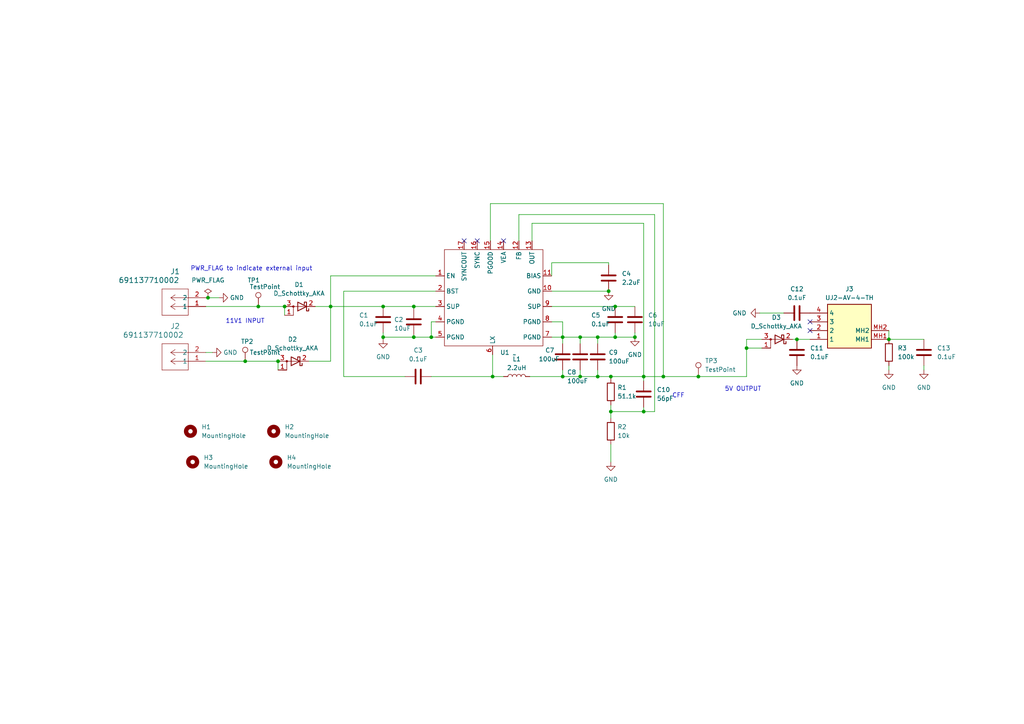
<source format=kicad_sch>
(kicad_sch (version 20230121) (generator eeschema)
  (paper "A4")
  (lib_symbols
    (symbol "Connector:TestPoint" (pin_numbers hide) (pin_names (offset 0.762) hide)
      (property "Reference" "TP" (at 0 6.858 0))
      (property "Value" "TestPoint" (at 0 5.08 0))
      (symbol "TestPoint_0_1"
        (circle (center 0 3.302) (radius 0.762))
      )
      (symbol "TestPoint_1_1"
        (pin passive line (at 0 0 90) (length 2.54) (name "1") (number "1"))
      )
    )
    (symbol "Device:C" (pin_numbers hide) (pin_names (offset 0.254))
      (property "Reference" "C" (at 0.635 2.54 0))
      (property "Value" "C" (at 0.635 -2.54 0))
      (symbol "C_0_1"
        (polyline (pts (xy -2.032 -0.762) (xy 2.032 -0.762)) (stroke (width 0.508)))
        (polyline (pts (xy -2.032 0.762) (xy 2.032 0.762)) (stroke (width 0.508)))
      )
      (symbol "C_1_1"
        (pin passive line (at 0 3.81 270) (length 2.794) (name "~") (number "1"))
        (pin passive line (at 0 -3.81 90) (length 2.794) (name "~") (number "2"))
      )
    )
    (symbol "Device:D_Schottky_AKA" (pin_names (offset 0) hide)
      (property "Reference" "D" (at 0 2.54 0))
      (property "Value" "D_Schottky_AKA" (at 0 -2.54 0))
      (symbol "D_Schottky_AKA_0_1"
        (polyline (pts (xy 1.27 1.27) (xy 1.27 -1.27) (xy -1.27 0) (xy 1.27 1.27)) (stroke (width 0.254)))
        (polyline (pts (xy 3.81 2.54) (xy 2.54 2.54) (xy 2.54 0) (xy -1.27 0)))
        (polyline (pts (xy -1.905 0.635) (xy -1.905 1.27) (xy -1.27 1.27) (xy -1.27 -1.27) (xy -0.635 -1.27) (xy -0.635 -0.635)) (stroke (width 0.254)))
        (circle (center 2.54 0) (radius 0.254) (fill (type outline)))
      )
      (symbol "D_Schottky_AKA_1_1"
        (pin passive line (at 5.08 2.54 180) (length 2.54) (name "A") (number "1"))
        (pin passive line (at -3.81 0 0) (length 2.54) (name "K") (number "2"))
        (pin passive line (at 5.08 0 180) (length 2.54) (name "A") (number "3"))
      )
    )
    (symbol "Device:L" (pin_numbers hide) (pin_names (offset 1.016) hide)
      (property "Reference" "L" (at -1.27 0 90))
      (property "Value" "L" (at 1.905 0 90))
      (symbol "L_0_1"
        (arc (start 0 -2.54) (mid 0.6323 -1.905) (end 0 -1.27))
        (arc (start 0 -1.27) (mid 0.6323 -0.635) (end 0 0))
        (arc (start 0 0) (mid 0.6323 0.635) (end 0 1.27))
        (arc (start 0 1.27) (mid 0.6323 1.905) (end 0 2.54))
      )
      (symbol "L_1_1"
        (pin passive line (at 0 3.81 270) (length 1.27) (name "1") (number "1"))
        (pin passive line (at 0 -3.81 90) (length 1.27) (name "2") (number "2"))
      )
    )
    (symbol "Device:R" (pin_numbers hide) (pin_names (offset 0))
      (property "Reference" "R" (at 2.032 0 90))
      (property "Value" "R" (at 0 0 90))
      (symbol "R_0_1"
        (rectangle (start -1.016 -2.54) (end 1.016 2.54) (stroke (width 0.254)))
      )
      (symbol "R_1_1"
        (pin passive line (at 0 3.81 270) (length 1.27) (name "~") (number "1"))
        (pin passive line (at 0 -3.81 90) (length 1.27) (name "~") (number "2"))
      )
    )
    (symbol "Mechanical:MountingHole" (pin_names (offset 1.016))
      (property "Reference" "H" (at 0 5.08 0))
      (property "Value" "MountingHole" (at 0 3.175 0))
      (symbol "MountingHole_0_1"
        (circle (center 0 0) (radius 1.27) (stroke (width 1.27)))
      )
    )
    (symbol "buck_lib:691137710002" (pin_names (offset 0.254))
      (property "Reference" "J" (at 8.89 6.35 0))
      (property "Value" "691137710002" (at 0 0 0))
      (symbol "691137710002_0_1"
        (polyline (pts (xy 5.08 -5.08) (xy 12.7 -5.08)) (stroke (width 0.127)))
        (polyline (pts (xy 5.08 2.54) (xy 5.08 -5.08)) (stroke (width 0.127)))
        (polyline (pts (xy 10.16 -2.54) (xy 5.08 -2.54)) (stroke (width 0.127)))
        (polyline (pts (xy 10.16 -2.54) (xy 8.89 -3.3867)) (stroke (width 0.127)))
        (polyline (pts (xy 10.16 -2.54) (xy 8.89 -1.6933)) (stroke (width 0.127)))
        (polyline (pts (xy 10.16 0) (xy 5.08 0)) (stroke (width 0.127)))
        (polyline (pts (xy 10.16 0) (xy 8.89 -0.8467)) (stroke (width 0.127)))
        (polyline (pts (xy 10.16 0) (xy 8.89 0.8467)) (stroke (width 0.127)))
        (polyline (pts (xy 12.7 -5.08) (xy 12.7 2.54)) (stroke (width 0.127)))
        (polyline (pts (xy 12.7 2.54) (xy 5.08 2.54)) (stroke (width 0.127)))
        (pin unspecified line (at 0 0 0) (length 5.08) (name "1") (number "1"))
        (pin unspecified line (at 0 -2.54 0) (length 5.08) (name "2") (number "2"))
      )
    )
    (symbol "buck_lib:MAX42408"
      (property "Reference" "U1" (at 0.9241 -1.905 0))
      (property "Value" "~" (at 5.08 -2.54 0))
      (symbol "MAX42408_0_1"
        (rectangle (start -15.24 27.94) (end 13.335 0))
      )
      (symbol "MAX42408_1_1"
        (pin input line (at -17.78 20.32 0) (length 2.54) (name "EN") (number "1"))
        (pin input line (at 15.875 15.875 180) (length 2.54) (name "GND") (number "10"))
        (pin output line (at 15.875 20.32 180) (length 2.54) (name "BIAS") (number "11"))
        (pin input line (at 6.35 30.48 270) (length 2.54) (name "FB") (number "12"))
        (pin output line (at 10.16 30.48 270) (length 2.54) (name "OUT") (number "13"))
        (pin bidirectional line (at 1.905 30.48 270) (length 2.54) (name "VEA") (number "14"))
        (pin bidirectional line (at -1.905 30.48 270) (length 2.54) (name "PGOOD") (number "15"))
        (pin input line (at -5.715 30.48 270) (length 2.54) (name "SYNC") (number "16"))
        (pin output line (at -9.525 30.48 270) (length 2.54) (name "SYNCOUT") (number "17"))
        (pin input line (at -17.78 15.875 0) (length 2.54) (name "BST") (number "2"))
        (pin input line (at -17.78 11.43 0) (length 2.54) (name "SUP") (number "3"))
        (pin input line (at -17.78 6.985 0) (length 2.54) (name "PGND") (number "4"))
        (pin input line (at -17.78 2.54 0) (length 2.54) (name "PGND") (number "5"))
        (pin input line (at -1.27 -2.54 90) (length 2.54) (name "LX") (number "6"))
        (pin input line (at 15.875 2.54 180) (length 2.54) (name "PGND") (number "7"))
        (pin input line (at 15.875 6.985 180) (length 2.54) (name "PGND") (number "8"))
        (pin input line (at 15.875 11.43 180) (length 2.54) (name "SUP") (number "9"))
      )
    )
    (symbol "buck_lib:UJ2-AV-4-TH"
      (property "Reference" "J" (at 19.05 7.62 0))
      (property "Value" "UJ2-AV-4-TH" (at 19.05 5.08 0))
      (symbol "UJ2-AV-4-TH_1_1"
        (rectangle (start 5.08 2.54) (end 17.78 -10.16) (stroke (width 0.254)) (fill (type background)))
        (pin passive line (at 22.86 0 180) (length 5.08) (name "1") (number "1"))
        (pin passive line (at 22.86 -2.54 180) (length 5.08) (name "2") (number "2"))
        (pin passive line (at 22.86 -5.08 180) (length 5.08) (name "3") (number "3"))
        (pin passive line (at 22.86 -7.62 180) (length 5.08) (name "4") (number "4"))
        (pin passive line (at 0 0 0) (length 5.08) (name "MH1") (number "MH1"))
        (pin passive line (at 0 -2.54 0) (length 5.08) (name "MH2") (number "MH2"))
      )
    )
    (symbol "power:GND" (power) (pin_names (offset 0))
      (property "Value" "GND" (at 0 -3.81 0))
      (symbol "GND_0_1"
        (polyline (pts (xy 0 0) (xy 0 -1.27) (xy 1.27 -1.27) (xy 0 -2.54) (xy -1.27 -1.27) (xy 0 -1.27)))
      )
      (symbol "GND_1_1"
        (pin power_in line (at 0 0 270) (length 0) hide (name "GND") (number "1"))
      )
    )
    (symbol "power:PWR_FLAG" (power) (pin_numbers hide) (pin_names (offset 0) hide)
      (property "Value" "PWR_FLAG" (at 0 3.81 0))
      (symbol "PWR_FLAG_0_0"
        (pin power_out line (at 0 0 90) (length 0) (name "pwr") (number "1"))
      )
      (symbol "PWR_FLAG_0_1"
        (polyline (pts (xy 0 0) (xy 0 1.27) (xy -1.016 1.905) (xy 0 2.54) (xy 1.016 1.905) (xy 0 1.27)))
      )
    )
  )
  (junction (at 178.435 88.9))
  (junction (at 177.165 119.38))
  (junction (at 176.53 84.455))
  (junction (at 173.355 109.22))
  (junction (at 111.125 97.79))
  (junction (at 168.275 97.79))
  (junction (at 177.165 109.22))
  (junction (at 173.355 97.79))
  (junction (at 71.12 104.775))
  (junction (at 111.125 88.9))
  (junction (at 95.885 88.9))
  (junction (at 186.69 119.38))
  (junction (at 186.69 109.22))
  (junction (at 163.195 97.79))
  (junction (at 163.195 109.22))
  (junction (at 120.015 88.9))
  (junction (at 142.875 109.22))
  (junction (at 216.535 100.965))
  (junction (at 120.015 97.79))
  (junction (at 192.405 109.22))
  (junction (at 168.275 109.22))
  (junction (at 60.325 86.36))
  (junction (at 178.435 97.79))
  (junction (at 80.645 104.775))
  (junction (at 82.55 88.9))
  (junction (at 202.565 109.22))
  (junction (at 184.15 97.79))
  (junction (at 125.095 97.79))
  (junction (at 231.14 98.425))
  (junction (at 257.81 98.425))
  (junction (at 74.93 88.9))
  (no_connect (at 234.95 95.885))
  (no_connect (at 138.43 69.85))
  (no_connect (at 234.95 93.345))
  (no_connect (at 146.05 69.85))
  (no_connect (at 134.62 69.85))
  (wire (pts (xy 160.02 88.9) (xy 178.435 88.9)))
  (wire (pts (xy 82.55 91.44) (xy 82.55 88.9)))
  (wire (pts (xy 168.275 109.22) (xy 173.355 109.22)))
  (wire (pts (xy 173.355 97.79) (xy 173.355 99.695)))
  (wire (pts (xy 173.355 109.22) (xy 177.165 109.22)))
  (wire (pts (xy 120.015 97.155) (xy 120.015 97.79)))
  (wire (pts (xy 177.165 119.38) (xy 186.69 119.38)))
  (wire (pts (xy 163.195 93.345) (xy 163.195 97.79)))
  (wire (pts (xy 126.365 97.79) (xy 125.095 97.79)))
  (wire (pts (xy 177.165 109.855) (xy 177.165 109.22)))
  (wire (pts (xy 80.645 104.775) (xy 80.645 107.315)))
  (wire (pts (xy 178.435 96.52) (xy 178.435 97.79)))
  (wire (pts (xy 146.05 109.22) (xy 142.875 109.22)))
  (wire (pts (xy 59.69 86.36) (xy 60.325 86.36)))
  (wire (pts (xy 189.865 62.23) (xy 189.865 119.38)))
  (wire (pts (xy 111.125 88.9) (xy 120.015 88.9)))
  (wire (pts (xy 163.195 107.315) (xy 163.195 109.22)))
  (wire (pts (xy 216.535 98.425) (xy 216.535 100.965)))
  (wire (pts (xy 186.69 118.11) (xy 186.69 119.38)))
  (wire (pts (xy 257.81 98.425) (xy 267.97 98.425)))
  (wire (pts (xy 163.195 97.79) (xy 168.275 97.79)))
  (wire (pts (xy 59.69 104.775) (xy 71.12 104.775)))
  (wire (pts (xy 120.015 88.9) (xy 126.365 88.9)))
  (wire (pts (xy 229.87 98.425) (xy 231.14 98.425)))
  (wire (pts (xy 160.02 93.345) (xy 163.195 93.345)))
  (wire (pts (xy 216.535 100.965) (xy 216.535 109.22)))
  (wire (pts (xy 154.305 64.77) (xy 154.305 69.85)))
  (wire (pts (xy 160.02 97.79) (xy 163.195 97.79)))
  (wire (pts (xy 126.365 84.455) (xy 99.695 84.455)))
  (wire (pts (xy 177.165 119.38) (xy 177.165 121.285)))
  (wire (pts (xy 95.885 80.01) (xy 95.885 88.9)))
  (wire (pts (xy 95.885 80.01) (xy 126.365 80.01)))
  (wire (pts (xy 257.81 106.045) (xy 257.81 107.315)))
  (wire (pts (xy 216.535 100.965) (xy 220.98 100.965)))
  (wire (pts (xy 142.24 59.055) (xy 192.405 59.055)))
  (wire (pts (xy 168.275 97.79) (xy 173.355 97.79)))
  (wire (pts (xy 173.355 107.315) (xy 173.355 109.22)))
  (wire (pts (xy 160.02 80.01) (xy 160.02 76.2)))
  (wire (pts (xy 220.345 90.805) (xy 227.33 90.805)))
  (wire (pts (xy 216.535 98.425) (xy 220.98 98.425)))
  (wire (pts (xy 186.69 119.38) (xy 189.865 119.38)))
  (wire (pts (xy 186.69 109.22) (xy 192.405 109.22)))
  (wire (pts (xy 178.435 88.9) (xy 184.15 88.9)))
  (wire (pts (xy 160.02 84.455) (xy 176.53 84.455)))
  (wire (pts (xy 184.15 96.52) (xy 184.15 97.79)))
  (wire (pts (xy 89.535 104.775) (xy 95.885 104.775)))
  (wire (pts (xy 95.885 88.9) (xy 111.125 88.9)))
  (wire (pts (xy 257.81 95.885) (xy 257.81 98.425)))
  (wire (pts (xy 186.69 64.77) (xy 154.305 64.77)))
  (wire (pts (xy 160.02 76.2) (xy 176.53 76.2)))
  (wire (pts (xy 176.53 76.2) (xy 176.53 76.835)))
  (wire (pts (xy 111.125 96.52) (xy 111.125 97.79)))
  (wire (pts (xy 99.695 84.455) (xy 99.695 109.22)))
  (wire (pts (xy 192.405 59.055) (xy 192.405 109.22)))
  (wire (pts (xy 126.365 93.345) (xy 125.095 93.345)))
  (wire (pts (xy 192.405 109.22) (xy 202.565 109.22)))
  (wire (pts (xy 267.97 106.045) (xy 267.97 107.315)))
  (wire (pts (xy 60.325 86.36) (xy 63.5 86.36)))
  (wire (pts (xy 168.275 97.79) (xy 168.275 99.695)))
  (wire (pts (xy 125.095 109.22) (xy 142.875 109.22)))
  (wire (pts (xy 71.12 104.775) (xy 80.645 104.775)))
  (wire (pts (xy 59.69 102.235) (xy 61.595 102.235)))
  (wire (pts (xy 59.69 88.9) (xy 74.93 88.9)))
  (wire (pts (xy 178.435 97.79) (xy 184.15 97.79)))
  (wire (pts (xy 186.69 109.22) (xy 186.69 110.49)))
  (wire (pts (xy 186.69 109.22) (xy 186.69 64.77)))
  (wire (pts (xy 120.015 97.79) (xy 111.125 97.79)))
  (wire (pts (xy 150.495 62.23) (xy 189.865 62.23)))
  (wire (pts (xy 111.125 97.79) (xy 111.125 98.425)))
  (wire (pts (xy 125.095 97.79) (xy 120.015 97.79)))
  (wire (pts (xy 168.275 107.315) (xy 168.275 109.22)))
  (wire (pts (xy 202.565 109.22) (xy 216.535 109.22)))
  (wire (pts (xy 153.67 109.22) (xy 163.195 109.22)))
  (wire (pts (xy 91.44 88.9) (xy 95.885 88.9)))
  (wire (pts (xy 173.355 97.79) (xy 178.435 97.79)))
  (wire (pts (xy 177.165 128.905) (xy 177.165 133.985)))
  (wire (pts (xy 163.195 109.22) (xy 168.275 109.22)))
  (wire (pts (xy 142.875 102.87) (xy 142.875 109.22)))
  (wire (pts (xy 99.695 109.22) (xy 117.475 109.22)))
  (wire (pts (xy 95.885 88.9) (xy 95.885 104.775)))
  (wire (pts (xy 74.93 88.9) (xy 82.55 88.9)))
  (wire (pts (xy 163.195 99.695) (xy 163.195 97.79)))
  (wire (pts (xy 125.095 93.345) (xy 125.095 97.79)))
  (wire (pts (xy 120.015 89.535) (xy 120.015 88.9)))
  (wire (pts (xy 231.14 98.425) (xy 234.95 98.425)))
  (wire (pts (xy 142.24 69.85) (xy 142.24 59.055)))
  (wire (pts (xy 177.165 109.22) (xy 186.69 109.22)))
  (wire (pts (xy 177.165 117.475) (xy 177.165 119.38)))
  (wire (pts (xy 150.495 62.23) (xy 150.495 69.85)))
  (text "5V OUTPUT" (at 210.185 113.665 0) (effects (font (size 1.27 1.27)) (justify left bottom)))
  (text "CFF" (at 194.945 115.57 0) (effects (font (size 1.27 1.27)) (justify left bottom)))
  (text "PWR_FLAG to indicate external input" (at 55.245 78.74 0) (effects (font (size 1.27 1.27)) (justify left bottom)))
  (text "11V1 INPUT" (at 65.405 93.98 0) (effects (font (size 1.27 1.27)) (justify left bottom)))
  (symbol (lib_id "Device:C") (at 231.14 102.235 0) (unit 1)
    (property "Reference" "C11" (at 234.95 100.965 0) (effects (justify left)))
    (property "Value" "0.1uF" (at 234.95 103.505 0) (effects (justify left)))
    (property "Footprint" "Capacitor_SMD:C_0402_1005Metric" (effects hide))
  )
  (symbol (lib_id "Device:C") (at 163.195 103.505 0) (unit 1)
    (property "Reference" "C7" (at 158.115 101.6 0) (effects (justify left)))
    (property "Value" "100uF" (at 156.21 104.14 0) (effects (justify left)))
    (property "Footprint" "Capacitor_SMD:C_1206_3216Metric" (effects hide))
  )
  (symbol (lib_id "Device:R") (at 257.81 102.235 0) (unit 1)
    (property "Reference" "R3" (at 260.35 100.965 0) (effects (justify left)))
    (property "Value" "100k" (at 260.35 103.505 0) (effects (justify left)))
    (property "Footprint" "Resistor_SMD:R_0603_1608Metric" (effects hide))
  )
  (symbol (lib_id "power:GND") (at 257.81 107.315 0) (unit 1)
    (property "Reference" "#PWR07" (effects hide))
    (property "Value" "GND" (at 257.81 112.395 0))
  )
  (symbol (lib_id "Mechanical:MountingHole") (at 55.245 125.095 0) (unit 1)
    (property "Reference" "H1" (at 58.42 123.825 0) (effects (justify left)))
    (property "Value" "MountingHole" (at 58.42 126.365 0) (effects (justify left)))
    (property "Footprint" "MountingHole:MountingHole_2.2mm_M2" (effects hide))
  )
  (symbol (lib_id "Connector:TestPoint") (at 74.93 88.9 0) (unit 1)
    (property "Reference" "TP1" (at 71.755 81.28 0) (effects (justify left)))
    (property "Value" "TestPoint" (at 72.39 83.185 0) (effects (justify left)))
    (property "Footprint" "TestPoint:TestPoint_Pad_D1.0mm" (effects hide))
  )
  (symbol (lib_id "buck_lib:UJ2-AV-4-TH") (at 257.81 98.425 180) (unit 1)
    (property "Reference" "J3" (at 246.38 83.82 0))
    (property "Value" "UJ2-AV-4-TH" (at 246.38 86.36 0))
    (property "Footprint" "buck_lib:UJ2AV4TH" (effects hide))
    (property "Datasheet" "https://www.arrow.com/en/products/uj2-av-4-th/cui-devices" (effects hide))
    (property "Height" "15.2" (effects hide))
    (property "Mouser Part Number" "490-UJ2-AV-4-TH" (effects hide))
    (property "Mouser Price/Stock" "https://www.mouser.co.uk/ProductDetail/CUI-Devices/UJ2-AV-4-TH?qs=5mqXD9RfOg3q5Jwh%252Bg0lUQ%3D%3D" (effects hide))
    (property "Manufacturer_Name" "CUI Devices" (effects hide))
    (property "Manufacturer_Part_Number" "UJ2-AV-4-TH" (effects hide))
  )
  (symbol (lib_id "Connector:TestPoint") (at 71.12 104.775 0) (unit 1)
    (property "Reference" "TP2" (at 69.85 99.06 0) (effects (justify left)))
    (property "Value" "TestPoint" (at 72.39 102.235 0) (effects (justify left)))
    (property "Footprint" "TestPoint:TestPoint_Pad_D1.0mm" (effects hide))
  )
  (symbol (lib_id "power:PWR_FLAG") (at 60.325 86.36 0) (unit 1)
    (property "Reference" "#FLG01" (effects hide))
    (property "Value" "PWR_FLAG" (at 60.325 81.28 0))
  )
  (symbol (lib_id "Device:C") (at 111.125 92.71 0) (unit 1)
    (property "Reference" "C1" (at 104.14 91.44 0) (effects (justify left)))
    (property "Value" "0.1uF" (at 104.14 93.98 0) (effects (justify left)))
    (property "Footprint" "Capacitor_SMD:C_0402_1005Metric" (effects hide))
  )
  (symbol (lib_id "Device:R") (at 177.165 125.095 0) (unit 1)
    (property "Reference" "R2" (at 179.07 123.825 0) (effects (justify left)))
    (property "Value" "10k" (at 179.07 126.365 0) (effects (justify left)))
    (property "Footprint" "Resistor_SMD:R_0603_1608Metric" (effects hide))
  )
  (symbol (lib_id "Device:C") (at 186.69 114.3 0) (unit 1)
    (property "Reference" "C10" (at 190.5 113.03 0) (effects (justify left)))
    (property "Value" "56pF" (at 190.5 115.57 0) (effects (justify left)))
    (property "Footprint" "Capacitor_SMD:C_0201_0603Metric" (effects hide))
  )
  (symbol (lib_id "Device:D_Schottky_AKA") (at 226.06 98.425 180) (unit 1)
    (property "Reference" "D3" (at 225.171 92.075 0))
    (property "Value" "D_Schottky_AKA" (at 225.171 94.615 0))
    (property "Footprint" "buck_lib:DPAK228P990X239-4N" (effects hide))
  )
  (symbol (lib_id "power:GND") (at 184.15 97.79 0) (unit 1)
    (property "Reference" "#PWR02" (effects hide))
    (property "Value" "GND" (at 184.15 102.87 0))
  )
  (symbol (lib_id "Device:C") (at 120.015 93.345 0) (unit 1)
    (property "Reference" "C2" (at 114.3 92.71 0) (effects (justify left)))
    (property "Value" "10uF" (at 114.3 95.25 0) (effects (justify left)))
    (property "Footprint" "Capacitor_SMD:C_0603_1608Metric" (effects hide))
  )
  (symbol (lib_id "buck_lib:MAX42408") (at 144.145 100.33 0) (unit 1)
    (property "Reference" "U1" (at 145.0691 102.235 0) (effects (justify left)))
    (property "Value" "~" (at 149.225 102.87 0))
    (property "Footprint" "buck_lib:21-100700_90-100240_ADI" (effects hide))
  )
  (symbol (lib_id "power:GND") (at 61.595 102.235 90) (unit 1)
    (property "Reference" "#PWR05" (effects hide))
    (property "Value" "GND" (at 64.77 102.235 90) (effects (justify right)))
  )
  (symbol (lib_id "Device:R") (at 177.165 113.665 0) (unit 1)
    (property "Reference" "R1" (at 179.07 112.395 0) (effects (justify left)))
    (property "Value" "51.1k" (at 179.07 114.935 0) (effects (justify left)))
    (property "Footprint" "Resistor_SMD:R_0603_1608Metric" (effects hide))
  )
  (symbol (lib_id "buck_lib:691137710002") (at 59.69 88.9 180) (unit 1)
    (property "Reference" "J1" (at 50.8 78.74 0) (effects (font (size 1.524 1.524))))
    (property "Value" "691137710002" (at 43.18 81.28 0) (effects (font (size 1.524 1.524))))
    (property "Footprint" "buck_lib:CONN2_710002_WRE" (effects hide))
    (property "Datasheet" "691137710002" (effects hide))
  )
  (symbol (lib_id "power:GND") (at 177.165 133.985 0) (unit 1)
    (property "Reference" "#PWR03" (effects hide))
    (property "Value" "GND" (at 177.165 139.065 0))
  )
  (symbol (lib_id "Mechanical:MountingHole") (at 55.88 133.985 0) (unit 1)
    (property "Reference" "H3" (at 59.055 132.715 0) (effects (justify left)))
    (property "Value" "MountingHole" (at 59.055 135.255 0) (effects (justify left)))
    (property "Footprint" "MountingHole:MountingHole_2.2mm_M2" (effects hide))
  )
  (symbol (lib_id "Device:C") (at 231.14 90.805 90) (unit 1)
    (property "Reference" "C12" (at 231.14 83.82 90))
    (property "Value" "0.1uF" (at 231.14 86.36 90))
    (property "Footprint" "Capacitor_SMD:C_0402_1005Metric" (effects hide))
  )
  (symbol (lib_id "Device:C") (at 184.15 92.71 0) (unit 1)
    (property "Reference" "C6" (at 187.96 91.44 0) (effects (justify left)))
    (property "Value" "10uF" (at 187.96 93.98 0) (effects (justify left)))
    (property "Footprint" "Capacitor_SMD:C_0603_1608Metric" (effects hide))
  )
  (symbol (lib_id "power:GND") (at 176.53 84.455 0) (unit 1)
    (property "Reference" "#PWR01" (effects hide))
    (property "Value" "GND" (at 176.53 89.535 0))
  )
  (symbol (lib_id "Mechanical:MountingHole") (at 79.375 125.095 0) (unit 1)
    (property "Reference" "H2" (at 82.55 123.825 0) (effects (justify left)))
    (property "Value" "MountingHole" (at 82.55 126.365 0) (effects (justify left)))
    (property "Footprint" "MountingHole:MountingHole_2.2mm_M2" (effects hide))
  )
  (symbol (lib_id "buck_lib:691137710002") (at 59.69 104.775 180) (unit 1)
    (property "Reference" "J2" (at 50.8 94.615 0) (effects (font (size 1.524 1.524))))
    (property "Value" "691137710002" (at 44.45 97.155 0) (effects (font (size 1.524 1.524))))
    (property "Footprint" "buck_lib:CONN2_710002_WRE" (effects hide))
    (property "Datasheet" "691137710002" (effects hide))
  )
  (symbol (lib_id "Device:C") (at 168.275 103.505 0) (unit 1)
    (property "Reference" "C8" (at 164.465 107.95 0) (effects (justify left)))
    (property "Value" "100uF" (at 164.465 110.49 0) (effects (justify left)))
    (property "Footprint" "Capacitor_SMD:C_1206_3216Metric" (effects hide))
  )
  (symbol (lib_id "Device:D_Schottky_AKA") (at 85.725 104.775 180) (unit 1)
    (property "Reference" "D2" (at 84.836 98.425 0))
    (property "Value" "D_Schottky_AKA" (at 84.836 100.965 0))
    (property "Footprint" "buck_lib:DPAK228P990X239-4N" (effects hide))
  )
  (symbol (lib_id "Device:C") (at 178.435 92.71 0) (unit 1)
    (property "Reference" "C5" (at 171.45 91.44 0) (effects (justify left)))
    (property "Value" "0.1uF" (at 171.45 93.98 0) (effects (justify left)))
    (property "Footprint" "Capacitor_SMD:C_0402_1005Metric" (effects hide))
  )
  (symbol (lib_id "Device:C") (at 121.285 109.22 90) (unit 1)
    (property "Reference" "C3" (at 121.285 101.6 90))
    (property "Value" "0.1uF" (at 121.285 104.14 90))
    (property "Footprint" "Capacitor_SMD:C_0402_1005Metric" (effects hide))
  )
  (symbol (lib_id "power:GND") (at 220.345 90.805 270) (unit 1)
    (property "Reference" "#PWR06" (effects hide))
    (property "Value" "GND" (at 216.535 90.805 90) (effects (justify right)))
  )
  (symbol (lib_id "Device:L") (at 149.86 109.22 90) (unit 1)
    (property "Reference" "L1" (at 149.86 104.14 90))
    (property "Value" "2.2uH" (at 149.86 106.68 90))
    (property "Footprint" "Capacitor_SMD:C_0402_1005Metric" (effects hide))
  )
  (symbol (lib_id "power:GND") (at 267.97 107.315 0) (unit 1)
    (property "Reference" "#PWR08" (effects hide))
    (property "Value" "GND" (at 267.97 112.395 0))
  )
  (symbol (lib_id "Device:C") (at 173.355 103.505 0) (unit 1)
    (property "Reference" "C9" (at 176.53 102.235 0) (effects (justify left)))
    (property "Value" "100uF" (at 176.53 104.775 0) (effects (justify left)))
    (property "Footprint" "Capacitor_SMD:C_1206_3216Metric" (effects hide))
  )
  (symbol (lib_id "Connector:TestPoint") (at 202.565 109.22 0) (unit 1)
    (property "Reference" "TP3" (at 204.47 104.648 0) (effects (justify left)))
    (property "Value" "TestPoint" (at 204.47 107.188 0) (effects (justify left)))
    (property "Footprint" "TestPoint:TestPoint_Pad_D1.0mm" (effects hide))
  )
  (symbol (lib_id "Device:D_Schottky_AKA") (at 87.63 88.9 180) (unit 1)
    (property "Reference" "D1" (at 86.741 82.55 0))
    (property "Value" "D_Schottky_AKA" (at 86.741 85.09 0))
    (property "Footprint" "buck_lib:DPAK228P990X239-4N" (effects hide))
  )
  (symbol (lib_id "Mechanical:MountingHole") (at 80.01 133.985 0) (unit 1)
    (property "Reference" "H4" (at 83.185 132.715 0) (effects (justify left)))
    (property "Value" "MountingHole" (at 83.185 135.255 0) (effects (justify left)))
    (property "Footprint" "MountingHole:MountingHole_2.2mm_M2" (effects hide))
  )
  (symbol (lib_id "Device:C") (at 176.53 80.645 0) (unit 1)
    (property "Reference" "C4" (at 180.34 79.375 0) (effects (justify left)))
    (property "Value" "2.2uF" (at 180.34 81.915 0) (effects (justify left)))
    (property "Footprint" "Capacitor_SMD:C_0402_1005Metric" (effects hide))
  )
  (symbol (lib_id "power:GND") (at 63.5 86.36 90) (unit 1)
    (property "Reference" "#PWR010" (effects hide))
    (property "Value" "GND" (at 66.675 86.36 90) (effects (justify right)))
  )
  (symbol (lib_id "power:GND") (at 111.125 98.425 0) (unit 1)
    (property "Reference" "#PWR04" (effects hide))
    (property "Value" "GND" (at 111.125 103.505 0))
  )
  (symbol (lib_id "power:GND") (at 231.14 106.045 0) (unit 1)
    (property "Reference" "#PWR09" (effects hide))
    (property "Value" "GND" (at 231.14 111.125 0))
  )
  (symbol (lib_id "Device:C") (at 267.97 102.235 0) (unit 1)
    (property "Reference" "C13" (at 271.78 100.965 0) (effects (justify left)))
    (property "Value" "0.1uF" (at 271.78 103.505 0) (effects (justify left)))
    (property "Footprint" "Capacitor_SMD:C_0402_1005Metric" (effects hide))
  )
)
</source>
